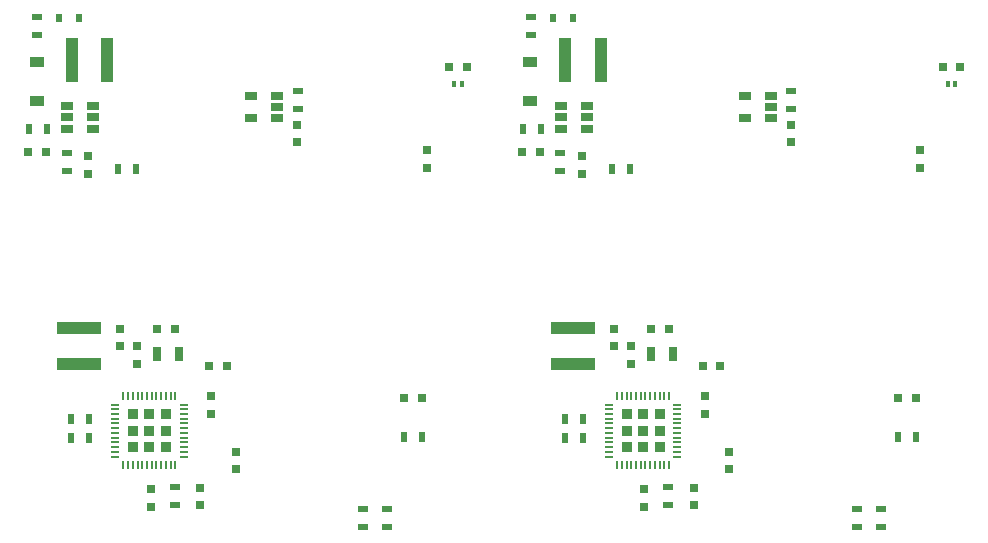
<source format=gtp>
G04 #@! TF.GenerationSoftware,KiCad,Pcbnew,5.0.0-fee4fd1~66~ubuntu16.04.1*
G04 #@! TF.CreationDate,2018-09-16T13:21:58+02:00*
G04 #@! TF.ProjectId,WiRoc_NanoPi_v1_Panelized,5769526F635F4E616E6F50695F76315F,rev?*
G04 #@! TF.SameCoordinates,Original*
G04 #@! TF.FileFunction,Paste,Top*
G04 #@! TF.FilePolarity,Positive*
%FSLAX46Y46*%
G04 Gerber Fmt 4.6, Leading zero omitted, Abs format (unit mm)*
G04 Created by KiCad (PCBNEW 5.0.0-fee4fd1~66~ubuntu16.04.1) date Sun Sep 16 13:21:58 2018*
%MOMM*%
%LPD*%
G01*
G04 APERTURE LIST*
%ADD10R,0.750000X0.800000*%
%ADD11R,0.800000X0.750000*%
%ADD12R,0.900000X0.500000*%
%ADD13R,0.300000X0.550000*%
%ADD14R,0.500000X0.900000*%
%ADD15R,1.100000X3.700000*%
%ADD16R,1.200000X0.900000*%
%ADD17R,0.840000X0.840000*%
%ADD18O,0.200000X0.700000*%
%ADD19O,0.700000X0.200000*%
%ADD20R,0.700000X1.300000*%
%ADD21R,0.600000X0.800000*%
%ADD22R,3.700000X1.100000*%
%ADD23R,1.060000X0.650000*%
G04 APERTURE END LIST*
D10*
G04 #@! TO.C,C5*
X109732300Y-41797540D03*
X109732300Y-43297540D03*
G04 #@! TD*
D11*
G04 #@! TO.C,C3*
X113114000Y-34715200D03*
X111614000Y-34715200D03*
G04 #@! TD*
D10*
G04 #@! TO.C,C8*
X85226380Y-58393900D03*
X85226380Y-59893900D03*
G04 #@! TD*
D11*
G04 #@! TO.C,C9*
X88437640Y-56896000D03*
X86937640Y-56896000D03*
G04 #@! TD*
D12*
G04 #@! TO.C,R8*
X79254760Y-42044680D03*
X79254760Y-43544680D03*
G04 #@! TD*
D10*
G04 #@! TO.C,C11*
X83781120Y-58392760D03*
X83781120Y-56892760D03*
G04 #@! TD*
D11*
G04 #@! TO.C,C10*
X92783500Y-60074300D03*
X91283500Y-60074300D03*
G04 #@! TD*
D13*
G04 #@! TO.C,D1*
X112039000Y-36215200D03*
X112689000Y-36215200D03*
G04 #@! TD*
D12*
G04 #@! TO.C,R12*
X104365280Y-73693720D03*
X104365280Y-72193720D03*
G04 #@! TD*
D10*
G04 #@! TO.C,C1*
X86369300Y-70475600D03*
X86369300Y-71975600D03*
G04 #@! TD*
D14*
G04 #@! TO.C,R4*
X107841840Y-66055240D03*
X109341840Y-66055240D03*
G04 #@! TD*
D10*
G04 #@! TO.C,C2*
X93544800Y-67324600D03*
X93544800Y-68824600D03*
G04 #@! TD*
D15*
G04 #@! TO.C,L2*
X79664660Y-34158680D03*
X82664660Y-34158680D03*
G04 #@! TD*
D11*
G04 #@! TO.C,C13*
X75996360Y-41943780D03*
X77496360Y-41943780D03*
G04 #@! TD*
D14*
G04 #@! TO.C,R3*
X81138300Y-64518100D03*
X79638300Y-64518100D03*
G04 #@! TD*
D16*
G04 #@! TO.C,D3*
X76714760Y-34362880D03*
X76714760Y-37662880D03*
G04 #@! TD*
D12*
G04 #@! TO.C,R6*
X76765640Y-32050420D03*
X76765640Y-30550420D03*
G04 #@! TD*
D10*
G04 #@! TO.C,C6*
X90568000Y-70358000D03*
X90568000Y-71858000D03*
G04 #@! TD*
D11*
G04 #@! TO.C,C7*
X109341840Y-62786260D03*
X107841840Y-62786260D03*
G04 #@! TD*
D12*
G04 #@! TO.C,R9*
X98815300Y-36769100D03*
X98815300Y-38269100D03*
G04 #@! TD*
D17*
G04 #@! TO.C,U3*
X84851800Y-66931600D03*
X86251800Y-66931600D03*
X87651800Y-66931600D03*
X87651800Y-65531600D03*
X86251800Y-65531600D03*
X84851800Y-64131600D03*
X84851800Y-65531600D03*
X86251800Y-64131600D03*
X87651800Y-64131600D03*
D18*
X84051800Y-62631600D03*
X84451800Y-62631600D03*
X84851800Y-62631600D03*
X85251800Y-62631600D03*
X85651800Y-62631600D03*
X86051800Y-62631600D03*
X86451800Y-62631600D03*
X86851800Y-62631600D03*
X87251800Y-62631600D03*
X87651800Y-62631600D03*
X88051800Y-62631600D03*
X88451800Y-62631600D03*
D19*
X89151800Y-63331600D03*
X89151800Y-63731600D03*
X89151800Y-64131600D03*
X89151800Y-64531600D03*
X89151800Y-64931600D03*
X89151800Y-65331600D03*
X89151800Y-65731600D03*
X89151800Y-66131600D03*
X89151800Y-66531600D03*
X89151800Y-66931600D03*
X89151800Y-67331600D03*
X89151800Y-67731600D03*
D18*
X88451800Y-68431600D03*
X88051800Y-68431600D03*
X87651800Y-68431600D03*
X87251800Y-68431600D03*
X86851800Y-68431600D03*
X86451800Y-68431600D03*
X86051800Y-68431600D03*
X85651800Y-68431600D03*
X85251800Y-68431600D03*
X84851800Y-68431600D03*
X84451800Y-68431600D03*
X84051800Y-68431600D03*
D19*
X83351800Y-67731600D03*
X83351800Y-67331600D03*
X83351800Y-66931600D03*
X83351800Y-66531600D03*
X83351800Y-66131600D03*
X83351800Y-65731600D03*
X83351800Y-65331600D03*
X83351800Y-64931600D03*
X83351800Y-64531600D03*
X83351800Y-64131600D03*
X83351800Y-63731600D03*
X83351800Y-63331600D03*
G04 #@! TD*
D20*
G04 #@! TO.C,R5*
X88792580Y-59082940D03*
X86892580Y-59082940D03*
G04 #@! TD*
D21*
G04 #@! TO.C,D2*
X80328360Y-30568900D03*
X78628360Y-30568900D03*
G04 #@! TD*
D14*
G04 #@! TO.C,R10*
X83628020Y-43365420D03*
X85128020Y-43365420D03*
G04 #@! TD*
D10*
G04 #@! TO.C,C14*
X98777200Y-41139300D03*
X98777200Y-39639300D03*
G04 #@! TD*
D12*
G04 #@! TO.C,R2*
X88401300Y-70297100D03*
X88401300Y-71797100D03*
G04 #@! TD*
D22*
G04 #@! TO.C,L1*
X80311400Y-59872500D03*
X80311400Y-56872500D03*
G04 #@! TD*
D10*
G04 #@! TO.C,C4*
X91487400Y-64126300D03*
X91487400Y-62626300D03*
G04 #@! TD*
D12*
G04 #@! TO.C,R11*
X106376960Y-72206420D03*
X106376960Y-73706420D03*
G04 #@! TD*
D14*
G04 #@! TO.C,R1*
X81150300Y-66157600D03*
X79650300Y-66157600D03*
G04 #@! TD*
G04 #@! TO.C,R7*
X76072560Y-40013380D03*
X77572560Y-40013380D03*
G04 #@! TD*
D10*
G04 #@! TO.C,C12*
X81070860Y-42311380D03*
X81070860Y-43811380D03*
G04 #@! TD*
D23*
G04 #@! TO.C,U5*
X94840200Y-39063500D03*
X94840200Y-37163500D03*
X97040200Y-37163500D03*
X97040200Y-38113500D03*
X97040200Y-39063500D03*
G04 #@! TD*
G04 #@! TO.C,U4*
X81479146Y-39019314D03*
X81479146Y-38069314D03*
X81479146Y-39969314D03*
X79279146Y-39969314D03*
X79279146Y-39019314D03*
X79279146Y-38069314D03*
G04 #@! TD*
D10*
G04 #@! TO.C,C12*
X39270860Y-43811380D03*
X39270860Y-42311380D03*
G04 #@! TD*
G04 #@! TO.C,C1*
X44569300Y-71975600D03*
X44569300Y-70475600D03*
G04 #@! TD*
G04 #@! TO.C,C2*
X51744800Y-68824600D03*
X51744800Y-67324600D03*
G04 #@! TD*
D11*
G04 #@! TO.C,C3*
X69814000Y-34715200D03*
X71314000Y-34715200D03*
G04 #@! TD*
D10*
G04 #@! TO.C,C4*
X49687400Y-62626300D03*
X49687400Y-64126300D03*
G04 #@! TD*
G04 #@! TO.C,C5*
X67932300Y-43297540D03*
X67932300Y-41797540D03*
G04 #@! TD*
G04 #@! TO.C,C6*
X48768000Y-71858000D03*
X48768000Y-70358000D03*
G04 #@! TD*
D11*
G04 #@! TO.C,C7*
X66041840Y-62786260D03*
X67541840Y-62786260D03*
G04 #@! TD*
D10*
G04 #@! TO.C,C8*
X43426380Y-59893900D03*
X43426380Y-58393900D03*
G04 #@! TD*
D11*
G04 #@! TO.C,C9*
X45137640Y-56896000D03*
X46637640Y-56896000D03*
G04 #@! TD*
G04 #@! TO.C,C10*
X49483500Y-60074300D03*
X50983500Y-60074300D03*
G04 #@! TD*
D10*
G04 #@! TO.C,C11*
X41981120Y-56892760D03*
X41981120Y-58392760D03*
G04 #@! TD*
D11*
G04 #@! TO.C,C13*
X35696360Y-41943780D03*
X34196360Y-41943780D03*
G04 #@! TD*
D10*
G04 #@! TO.C,C14*
X56977200Y-39639300D03*
X56977200Y-41139300D03*
G04 #@! TD*
D13*
G04 #@! TO.C,D1*
X70889000Y-36215200D03*
X70239000Y-36215200D03*
G04 #@! TD*
D21*
G04 #@! TO.C,D2*
X36828360Y-30568900D03*
X38528360Y-30568900D03*
G04 #@! TD*
D16*
G04 #@! TO.C,D3*
X34914760Y-37662880D03*
X34914760Y-34362880D03*
G04 #@! TD*
D14*
G04 #@! TO.C,R1*
X37850300Y-66157600D03*
X39350300Y-66157600D03*
G04 #@! TD*
D12*
G04 #@! TO.C,R2*
X46601300Y-71797100D03*
X46601300Y-70297100D03*
G04 #@! TD*
D14*
G04 #@! TO.C,R3*
X37838300Y-64518100D03*
X39338300Y-64518100D03*
G04 #@! TD*
G04 #@! TO.C,R4*
X67541840Y-66055240D03*
X66041840Y-66055240D03*
G04 #@! TD*
D20*
G04 #@! TO.C,R5*
X45092580Y-59082940D03*
X46992580Y-59082940D03*
G04 #@! TD*
D12*
G04 #@! TO.C,R6*
X34965640Y-30550420D03*
X34965640Y-32050420D03*
G04 #@! TD*
D14*
G04 #@! TO.C,R7*
X35772560Y-40013380D03*
X34272560Y-40013380D03*
G04 #@! TD*
D12*
G04 #@! TO.C,R8*
X37454760Y-43544680D03*
X37454760Y-42044680D03*
G04 #@! TD*
G04 #@! TO.C,R9*
X57015300Y-38269100D03*
X57015300Y-36769100D03*
G04 #@! TD*
D23*
G04 #@! TO.C,U4*
X37479146Y-38069314D03*
X37479146Y-39019314D03*
X37479146Y-39969314D03*
X39679146Y-39969314D03*
X39679146Y-38069314D03*
X39679146Y-39019314D03*
G04 #@! TD*
G04 #@! TO.C,U5*
X55240200Y-39063500D03*
X55240200Y-38113500D03*
X55240200Y-37163500D03*
X53040200Y-37163500D03*
X53040200Y-39063500D03*
G04 #@! TD*
D14*
G04 #@! TO.C,R10*
X43328020Y-43365420D03*
X41828020Y-43365420D03*
G04 #@! TD*
D12*
G04 #@! TO.C,R11*
X64576960Y-73706420D03*
X64576960Y-72206420D03*
G04 #@! TD*
G04 #@! TO.C,R12*
X62565280Y-72193720D03*
X62565280Y-73693720D03*
G04 #@! TD*
D22*
G04 #@! TO.C,L1*
X38511400Y-56872500D03*
X38511400Y-59872500D03*
G04 #@! TD*
D15*
G04 #@! TO.C,L2*
X40864660Y-34158680D03*
X37864660Y-34158680D03*
G04 #@! TD*
D19*
G04 #@! TO.C,U3*
X41551800Y-63331600D03*
X41551800Y-63731600D03*
X41551800Y-64131600D03*
X41551800Y-64531600D03*
X41551800Y-64931600D03*
X41551800Y-65331600D03*
X41551800Y-65731600D03*
X41551800Y-66131600D03*
X41551800Y-66531600D03*
X41551800Y-66931600D03*
X41551800Y-67331600D03*
X41551800Y-67731600D03*
D18*
X42251800Y-68431600D03*
X42651800Y-68431600D03*
X43051800Y-68431600D03*
X43451800Y-68431600D03*
X43851800Y-68431600D03*
X44251800Y-68431600D03*
X44651800Y-68431600D03*
X45051800Y-68431600D03*
X45451800Y-68431600D03*
X45851800Y-68431600D03*
X46251800Y-68431600D03*
X46651800Y-68431600D03*
D19*
X47351800Y-67731600D03*
X47351800Y-67331600D03*
X47351800Y-66931600D03*
X47351800Y-66531600D03*
X47351800Y-66131600D03*
X47351800Y-65731600D03*
X47351800Y-65331600D03*
X47351800Y-64931600D03*
X47351800Y-64531600D03*
X47351800Y-64131600D03*
X47351800Y-63731600D03*
X47351800Y-63331600D03*
D18*
X46651800Y-62631600D03*
X46251800Y-62631600D03*
X45851800Y-62631600D03*
X45451800Y-62631600D03*
X45051800Y-62631600D03*
X44651800Y-62631600D03*
X44251800Y-62631600D03*
X43851800Y-62631600D03*
X43451800Y-62631600D03*
X43051800Y-62631600D03*
X42651800Y-62631600D03*
X42251800Y-62631600D03*
D17*
X45851800Y-64131600D03*
X44451800Y-64131600D03*
X43051800Y-65531600D03*
X43051800Y-64131600D03*
X44451800Y-65531600D03*
X45851800Y-65531600D03*
X45851800Y-66931600D03*
X44451800Y-66931600D03*
X43051800Y-66931600D03*
G04 #@! TD*
M02*

</source>
